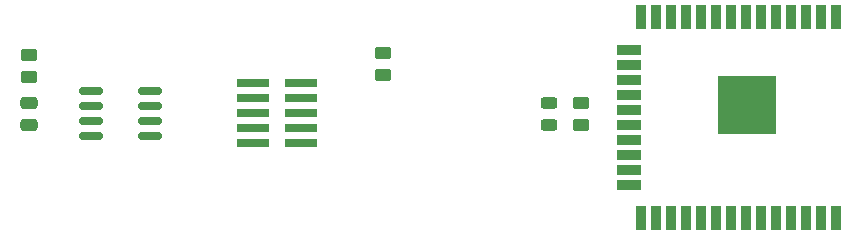
<source format=gbr>
%TF.GenerationSoftware,KiCad,Pcbnew,(5.99.0-3972-g658234715)*%
%TF.CreationDate,2020-10-12T18:33:04-04:00*%
%TF.ProjectId,lamp_refurb,6c616d70-5f72-4656-9675-72622e6b6963,1.0*%
%TF.SameCoordinates,Original*%
%TF.FileFunction,Paste,Top*%
%TF.FilePolarity,Positive*%
%FSLAX46Y46*%
G04 Gerber Fmt 4.6, Leading zero omitted, Abs format (unit mm)*
G04 Created by KiCad (PCBNEW (5.99.0-3972-g658234715)) date 2020-10-12 18:33:04*
%MOMM*%
%LPD*%
G01*
G04 APERTURE LIST*
G04 Aperture macros list*
%AMRoundRect*
0 Rectangle with rounded corners*
0 $1 Rounding radius*
0 $2 $3 $4 $5 $6 $7 $8 $9 X,Y pos of 4 corners*
0 Add a 4 corners polygon primitive as box body*
4,1,4,$2,$3,$4,$5,$6,$7,$8,$9,$2,$3,0*
0 Add four circle primitives for the rounded corners*
1,1,$1+$1,$2,$3,0*
1,1,$1+$1,$4,$5,0*
1,1,$1+$1,$6,$7,0*
1,1,$1+$1,$8,$9,0*
0 Add four rect primitives between the rounded corners*
20,1,$1+$1,$2,$3,$4,$5,0*
20,1,$1+$1,$4,$5,$6,$7,0*
20,1,$1+$1,$6,$7,$8,$9,0*
20,1,$1+$1,$8,$9,$2,$3,0*%
G04 Aperture macros list end*
%ADD10R,2.795000X0.740000*%
%ADD11RoundRect,0.243750X0.456250X-0.243750X0.456250X0.243750X-0.456250X0.243750X-0.456250X-0.243750X0*%
%ADD12RoundRect,0.150000X0.825000X0.150000X-0.825000X0.150000X-0.825000X-0.150000X0.825000X-0.150000X0*%
%ADD13RoundRect,0.250000X-0.450000X0.262500X-0.450000X-0.262500X0.450000X-0.262500X0.450000X0.262500X0*%
%ADD14R,0.900000X2.000000*%
%ADD15R,2.000000X0.900000*%
%ADD16R,5.000000X5.000000*%
%ADD17RoundRect,0.250000X0.450000X-0.262500X0.450000X0.262500X-0.450000X0.262500X-0.450000X-0.262500X0*%
%ADD18RoundRect,0.250000X0.475000X-0.250000X0.475000X0.250000X-0.475000X0.250000X-0.475000X-0.250000X0*%
G04 APERTURE END LIST*
D10*
%TO.C,J1*%
X104967500Y-105410000D03*
X109032500Y-105410000D03*
X104967500Y-106680000D03*
X109032500Y-106680000D03*
X104967500Y-107950000D03*
X109032500Y-107950000D03*
X104967500Y-109220000D03*
X109032500Y-109220000D03*
X104967500Y-110490000D03*
X109032500Y-110490000D03*
%TD*%
D11*
%TO.C,D1*%
X130000000Y-108937500D03*
X130000000Y-107062500D03*
%TD*%
D12*
%TO.C,Q1*%
X96225000Y-109905000D03*
X96225000Y-108635000D03*
X96225000Y-107365000D03*
X96225000Y-106095000D03*
X91275000Y-106095000D03*
X91275000Y-107365000D03*
X91275000Y-108635000D03*
X91275000Y-109905000D03*
%TD*%
D13*
%TO.C,R4*%
X132750000Y-107087500D03*
X132750000Y-108912500D03*
%TD*%
D14*
%TO.C,U1*%
X154315000Y-99780000D03*
X153045000Y-99780000D03*
X151775000Y-99780000D03*
X150505000Y-99780000D03*
X149235000Y-99780000D03*
X147965000Y-99780000D03*
X146695000Y-99780000D03*
X145425000Y-99780000D03*
X144155000Y-99780000D03*
X142885000Y-99780000D03*
X141615000Y-99780000D03*
X140345000Y-99780000D03*
X139075000Y-99780000D03*
X137805000Y-99780000D03*
D15*
X136805000Y-102565000D03*
X136805000Y-103835000D03*
X136805000Y-105105000D03*
X136805000Y-106375000D03*
X136805000Y-107645000D03*
X136805000Y-108915000D03*
X136805000Y-110185000D03*
X136805000Y-111455000D03*
X136805000Y-112725000D03*
X136805000Y-113995000D03*
D14*
X137805000Y-116780000D03*
X139075000Y-116780000D03*
X140345000Y-116780000D03*
X141615000Y-116780000D03*
X142885000Y-116780000D03*
X144155000Y-116780000D03*
X145425000Y-116780000D03*
X146695000Y-116780000D03*
X147965000Y-116780000D03*
X149235000Y-116780000D03*
X150505000Y-116780000D03*
X151775000Y-116780000D03*
X153045000Y-116780000D03*
X154315000Y-116780000D03*
D16*
X146815000Y-107280000D03*
%TD*%
D17*
%TO.C,R1*%
X86000000Y-104841594D03*
X86000000Y-103016594D03*
%TD*%
%TO.C,R2*%
X116000000Y-104668341D03*
X116000000Y-102843341D03*
%TD*%
D18*
%TO.C,C1*%
X86000000Y-108950000D03*
X86000000Y-107050000D03*
%TD*%
M02*

</source>
